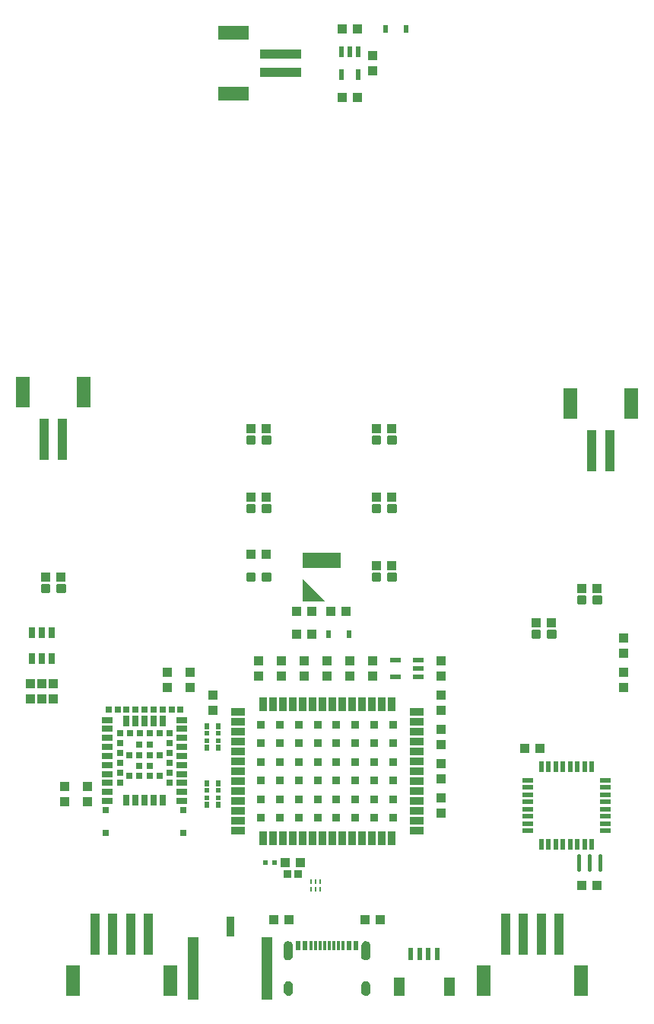
<source format=gtp>
G04 EAGLE Gerber RS-274X export*
G75*
%MOMM*%
%FSLAX34Y34*%
%LPD*%
%INSolderpaste Top*%
%IPPOS*%
%AMOC8*
5,1,8,0,0,1.08239X$1,22.5*%
G01*
%ADD10R,1.200000X2.000000*%
%ADD11R,0.600000X1.350000*%
%ADD12R,1.100000X1.000000*%
%ADD13R,4.200000X1.700000*%
%ADD14C,0.300000*%
%ADD15R,0.630000X0.830000*%
%ADD16R,1.000000X1.100000*%
%ADD17R,1.200000X0.550000*%
%ADD18R,0.850000X0.900000*%
%ADD19R,0.600000X0.600000*%
%ADD20R,0.850000X1.520000*%
%ADD21R,1.520000X0.850000*%
%ADD22R,0.900000X0.900000*%
%ADD23R,0.300000X1.000000*%
%ADD24R,0.600000X1.000000*%
%ADD25R,0.250000X0.610000*%
%ADD26R,0.250000X0.560000*%
%ADD27R,1.150000X7.000000*%
%ADD28R,0.900000X2.200000*%
%ADD29R,0.550000X0.800000*%
%ADD30R,0.550000X0.500000*%
%ADD31R,1.000000X4.600000*%
%ADD32R,1.600000X3.400000*%
%ADD33C,0.450000*%
%ADD34R,0.558800X1.270000*%
%ADD35R,1.270000X0.558800*%
%ADD36R,0.550000X1.200000*%
%ADD37R,4.600000X1.000000*%
%ADD38R,3.400000X1.600000*%
%ADD39R,1.150000X0.700000*%
%ADD40R,0.700000X1.150000*%
%ADD41R,0.700000X0.700000*%
%ADD42R,0.700000X1.300000*%

G36*
X352842Y442863D02*
X352842Y442863D01*
X352886Y442866D01*
X352908Y442882D01*
X352934Y442890D01*
X352963Y442923D01*
X352998Y442949D01*
X353008Y442975D01*
X353026Y442995D01*
X353033Y443039D01*
X353048Y443079D01*
X353043Y443106D01*
X353047Y443133D01*
X353029Y443174D01*
X353020Y443216D01*
X352994Y443252D01*
X352990Y443261D01*
X352985Y443265D01*
X352976Y443276D01*
X328976Y467276D01*
X328938Y467297D01*
X328905Y467326D01*
X328878Y467330D01*
X328854Y467343D01*
X328810Y467340D01*
X328767Y467347D01*
X328742Y467336D01*
X328714Y467334D01*
X328679Y467308D01*
X328639Y467290D01*
X328624Y467267D01*
X328602Y467251D01*
X328586Y467210D01*
X328562Y467174D01*
X328555Y467130D01*
X328552Y467121D01*
X328553Y467114D01*
X328551Y467100D01*
X328551Y443100D01*
X328556Y443084D01*
X328553Y443067D01*
X328575Y443017D01*
X328590Y442966D01*
X328603Y442955D01*
X328610Y442939D01*
X328655Y442909D01*
X328695Y442874D01*
X328712Y442871D01*
X328727Y442862D01*
X328800Y442851D01*
X352800Y442851D01*
X352842Y442863D01*
G37*
G36*
X398600Y43951D02*
X398600Y43951D01*
X398601Y43951D01*
X399669Y43970D01*
X399676Y43975D01*
X399680Y43971D01*
X400717Y44227D01*
X400722Y44234D01*
X400728Y44231D01*
X401682Y44712D01*
X401686Y44719D01*
X401691Y44718D01*
X402515Y45399D01*
X402516Y45407D01*
X402522Y45407D01*
X403173Y46254D01*
X403173Y46262D01*
X403179Y46263D01*
X403626Y47234D01*
X403624Y47242D01*
X403629Y47244D01*
X403848Y48290D01*
X403845Y48297D01*
X403849Y48300D01*
X403849Y60300D01*
X403846Y60305D01*
X403849Y60308D01*
X403669Y61403D01*
X403663Y61409D01*
X403666Y61414D01*
X403247Y62442D01*
X403240Y62446D01*
X403242Y62451D01*
X402605Y63360D01*
X402597Y63363D01*
X402597Y63368D01*
X401774Y64112D01*
X401766Y64113D01*
X401765Y64119D01*
X400797Y64661D01*
X400788Y64660D01*
X400786Y64666D01*
X399722Y64979D01*
X399717Y64977D01*
X399713Y64977D01*
X399711Y64981D01*
X398603Y65049D01*
X398597Y65045D01*
X398593Y65049D01*
X397485Y64879D01*
X397479Y64873D01*
X397474Y64876D01*
X396432Y64464D01*
X396428Y64457D01*
X396423Y64459D01*
X395498Y63825D01*
X395496Y63817D01*
X395490Y63818D01*
X394730Y62995D01*
X394729Y62986D01*
X394723Y62986D01*
X394166Y62014D01*
X394167Y62006D01*
X394161Y62004D01*
X393834Y60932D01*
X393837Y60924D01*
X393832Y60921D01*
X393751Y59804D01*
X393752Y59801D01*
X393751Y59800D01*
X393751Y47800D01*
X393756Y47793D01*
X393752Y47789D01*
X393971Y46845D01*
X393977Y46839D01*
X393975Y46834D01*
X394399Y45962D01*
X394406Y45959D01*
X394404Y45953D01*
X395011Y45197D01*
X395019Y45195D01*
X395019Y45189D01*
X395779Y44588D01*
X395788Y44588D01*
X395789Y44582D01*
X396664Y44164D01*
X396672Y44166D01*
X396674Y44161D01*
X397620Y43949D01*
X397627Y43952D01*
X397631Y43947D01*
X398600Y43951D01*
G37*
G36*
X313181Y43960D02*
X313181Y43960D01*
X313188Y43965D01*
X313192Y43961D01*
X314244Y44211D01*
X314249Y44217D01*
X314254Y44214D01*
X315224Y44691D01*
X315227Y44699D01*
X315233Y44697D01*
X316072Y45378D01*
X316074Y45386D01*
X316080Y45386D01*
X316746Y46237D01*
X316747Y46245D01*
X316752Y46246D01*
X317213Y47223D01*
X317211Y47231D01*
X317217Y47234D01*
X317448Y48289D01*
X317445Y48297D01*
X317449Y48300D01*
X317449Y60300D01*
X317445Y60305D01*
X317449Y60308D01*
X317256Y61414D01*
X317250Y61419D01*
X317253Y61424D01*
X316820Y62459D01*
X316813Y62463D01*
X316815Y62468D01*
X316162Y63381D01*
X316154Y63383D01*
X316155Y63389D01*
X315316Y64133D01*
X315307Y64134D01*
X315307Y64139D01*
X314323Y64678D01*
X314315Y64677D01*
X314313Y64682D01*
X313234Y64989D01*
X313226Y64986D01*
X313223Y64991D01*
X312103Y65049D01*
X312098Y65046D01*
X312095Y65049D01*
X311049Y64931D01*
X311043Y64925D01*
X311038Y64929D01*
X310044Y64581D01*
X310040Y64574D01*
X310035Y64576D01*
X309143Y64016D01*
X309141Y64009D01*
X309135Y64009D01*
X308391Y63265D01*
X308389Y63257D01*
X308384Y63257D01*
X307824Y62365D01*
X307824Y62357D01*
X307819Y62356D01*
X307471Y61362D01*
X307474Y61354D01*
X307469Y61351D01*
X307351Y60306D01*
X307353Y60302D01*
X307351Y60300D01*
X307351Y48300D01*
X307354Y48295D01*
X307351Y48292D01*
X307509Y47296D01*
X307515Y47290D01*
X307512Y47285D01*
X307887Y46349D01*
X307894Y46345D01*
X307892Y46339D01*
X308466Y45510D01*
X308474Y45507D01*
X308473Y45502D01*
X309217Y44821D01*
X309226Y44820D01*
X309226Y44814D01*
X310103Y44316D01*
X310112Y44317D01*
X310114Y44312D01*
X311079Y44021D01*
X311087Y44024D01*
X311090Y44019D01*
X312097Y43951D01*
X312099Y43952D01*
X312100Y43951D01*
X313181Y43960D01*
G37*
G36*
X399104Y4455D02*
X399104Y4455D01*
X399107Y4451D01*
X400183Y4606D01*
X400188Y4612D01*
X400193Y4609D01*
X401207Y4999D01*
X401211Y5006D01*
X401217Y5005D01*
X402119Y5611D01*
X402121Y5619D01*
X402127Y5618D01*
X402871Y6410D01*
X402872Y6418D01*
X402878Y6418D01*
X403427Y7356D01*
X403426Y7364D01*
X403432Y7366D01*
X403759Y8402D01*
X403756Y8410D01*
X403761Y8413D01*
X403849Y9496D01*
X403847Y9499D01*
X403849Y9500D01*
X403849Y15500D01*
X403846Y15504D01*
X403849Y15506D01*
X403699Y16639D01*
X403693Y16645D01*
X403696Y16650D01*
X403298Y17720D01*
X403291Y17724D01*
X403293Y17730D01*
X402666Y18685D01*
X402658Y18688D01*
X402659Y18693D01*
X401836Y19485D01*
X401828Y19486D01*
X401827Y19492D01*
X400848Y20081D01*
X400840Y20080D01*
X400838Y20085D01*
X399753Y20441D01*
X399745Y20439D01*
X399742Y20443D01*
X398605Y20549D01*
X398596Y20544D01*
X398591Y20548D01*
X397454Y20341D01*
X397448Y20335D01*
X397443Y20338D01*
X396381Y19883D01*
X396377Y19876D01*
X396371Y19878D01*
X395436Y19198D01*
X395434Y19190D01*
X395428Y19191D01*
X394668Y18320D01*
X394668Y18312D01*
X394662Y18311D01*
X394115Y17292D01*
X394116Y17284D01*
X394111Y17282D01*
X394107Y17269D01*
X394094Y17220D01*
X394093Y17220D01*
X394094Y17220D01*
X394080Y17171D01*
X394066Y17121D01*
X394053Y17072D01*
X394039Y17023D01*
X394026Y16974D01*
X394012Y16924D01*
X393999Y16875D01*
X393985Y16826D01*
X393971Y16777D01*
X393958Y16727D01*
X393944Y16678D01*
X393931Y16629D01*
X393917Y16580D01*
X393904Y16530D01*
X393890Y16481D01*
X393877Y16432D01*
X393876Y16432D01*
X393863Y16383D01*
X393849Y16333D01*
X393804Y16168D01*
X393807Y16160D01*
X393802Y16157D01*
X393751Y15002D01*
X393752Y15001D01*
X393751Y15000D01*
X393751Y9000D01*
X393755Y8994D01*
X393752Y8991D01*
X393964Y7910D01*
X393970Y7905D01*
X393967Y7900D01*
X394414Y6894D01*
X394421Y6890D01*
X394419Y6884D01*
X395079Y6003D01*
X395087Y6000D01*
X395087Y5995D01*
X395926Y5282D01*
X395934Y5282D01*
X395935Y5276D01*
X396912Y4768D01*
X396920Y4769D01*
X396922Y4764D01*
X397987Y4486D01*
X397995Y4489D01*
X397998Y4485D01*
X399099Y4451D01*
X399104Y4455D01*
G37*
G36*
X312602Y4455D02*
X312602Y4455D01*
X312607Y4451D01*
X313694Y4596D01*
X313700Y4602D01*
X313705Y4599D01*
X314733Y4983D01*
X314738Y4989D01*
X314743Y4988D01*
X315660Y5590D01*
X315663Y5598D01*
X315669Y5597D01*
X316429Y6389D01*
X316430Y6397D01*
X316436Y6398D01*
X317000Y7339D01*
X317000Y7342D01*
X317001Y7343D01*
X317000Y7345D01*
X316999Y7347D01*
X317005Y7349D01*
X317346Y8392D01*
X317344Y8400D01*
X317348Y8403D01*
X317449Y9496D01*
X317447Y9498D01*
X317449Y9500D01*
X317449Y15500D01*
X317447Y15503D01*
X317449Y15505D01*
X317348Y16597D01*
X317343Y16603D01*
X317346Y16608D01*
X317005Y17651D01*
X316998Y17656D01*
X317000Y17661D01*
X316436Y18602D01*
X316428Y18605D01*
X316429Y18611D01*
X315669Y19403D01*
X315661Y19404D01*
X315660Y19410D01*
X314743Y20013D01*
X314735Y20012D01*
X314733Y20018D01*
X313705Y20401D01*
X313697Y20399D01*
X313694Y20404D01*
X312607Y20549D01*
X312599Y20545D01*
X312595Y20549D01*
X311458Y20443D01*
X311452Y20438D01*
X311447Y20441D01*
X310362Y20085D01*
X310357Y20078D01*
X310352Y20081D01*
X309373Y19492D01*
X309370Y19484D01*
X309364Y19485D01*
X308541Y18693D01*
X308540Y18685D01*
X308534Y18685D01*
X307907Y17730D01*
X307908Y17722D01*
X307902Y17720D01*
X307504Y16650D01*
X307506Y16642D01*
X307501Y16639D01*
X307351Y15506D01*
X307354Y15502D01*
X307351Y15500D01*
X307351Y9500D01*
X307354Y9496D01*
X307351Y9494D01*
X307501Y8361D01*
X307507Y8355D01*
X307504Y8350D01*
X307902Y7280D01*
X307909Y7276D01*
X307907Y7270D01*
X308534Y6315D01*
X308542Y6312D01*
X308541Y6307D01*
X309364Y5515D01*
X309372Y5514D01*
X309373Y5508D01*
X310352Y4919D01*
X310360Y4920D01*
X310362Y4915D01*
X311447Y4559D01*
X311455Y4562D01*
X311458Y4557D01*
X312595Y4451D01*
X312602Y4455D01*
G37*
D10*
X435550Y14050D03*
X491550Y14050D03*
D11*
X448550Y50800D03*
X458550Y50800D03*
X468550Y50800D03*
X478550Y50800D03*
D12*
X321700Y431800D03*
X338700Y431800D03*
D13*
X349600Y488400D03*
D14*
X284670Y618800D02*
X284670Y625800D01*
X291670Y625800D01*
X291670Y618800D01*
X284670Y618800D01*
X284670Y621650D02*
X291670Y621650D01*
X291670Y624500D02*
X284670Y624500D01*
X267130Y625800D02*
X267130Y618800D01*
X267130Y625800D02*
X274130Y625800D01*
X274130Y618800D01*
X267130Y618800D01*
X267130Y621650D02*
X274130Y621650D01*
X274130Y624500D02*
X267130Y624500D01*
D15*
X356800Y406400D03*
X379800Y406400D03*
D12*
X321700Y406400D03*
X338700Y406400D03*
X287900Y635000D03*
X270900Y635000D03*
D16*
X381000Y359800D03*
X381000Y376800D03*
X355600Y376800D03*
X355600Y359800D03*
D14*
X652970Y441000D02*
X652970Y448000D01*
X659970Y448000D01*
X659970Y441000D01*
X652970Y441000D01*
X652970Y443850D02*
X659970Y443850D01*
X659970Y446700D02*
X652970Y446700D01*
X635430Y448000D02*
X635430Y441000D01*
X635430Y448000D02*
X642430Y448000D01*
X642430Y441000D01*
X635430Y441000D01*
X635430Y443850D02*
X642430Y443850D01*
X642430Y446700D02*
X635430Y446700D01*
D12*
X656200Y457200D03*
X639200Y457200D03*
D17*
X457501Y358800D03*
X457501Y368300D03*
X457501Y377800D03*
X431499Y377800D03*
X431499Y358800D03*
D16*
X482600Y359800D03*
X482600Y376800D03*
X279400Y376800D03*
X279400Y359800D03*
X304800Y376800D03*
X304800Y359800D03*
D14*
X284670Y542600D02*
X284670Y549600D01*
X291670Y549600D01*
X291670Y542600D01*
X284670Y542600D01*
X284670Y545450D02*
X291670Y545450D01*
X291670Y548300D02*
X284670Y548300D01*
X267130Y549600D02*
X267130Y542600D01*
X267130Y549600D02*
X274130Y549600D01*
X274130Y542600D01*
X267130Y542600D01*
X267130Y545450D02*
X274130Y545450D01*
X274130Y548300D02*
X267130Y548300D01*
D12*
X287900Y558800D03*
X270900Y558800D03*
D14*
X284670Y473400D02*
X284670Y466400D01*
X284670Y473400D02*
X291670Y473400D01*
X291670Y466400D01*
X284670Y466400D01*
X284670Y469250D02*
X291670Y469250D01*
X291670Y472100D02*
X284670Y472100D01*
X267130Y473400D02*
X267130Y466400D01*
X267130Y473400D02*
X274130Y473400D01*
X274130Y466400D01*
X267130Y466400D01*
X267130Y469250D02*
X274130Y469250D01*
X274130Y472100D02*
X267130Y472100D01*
D12*
X287900Y495300D03*
X270900Y495300D03*
D18*
X311700Y139700D03*
X323300Y139700D03*
D12*
X309000Y152400D03*
X326000Y152400D03*
D16*
X330200Y376800D03*
X330200Y359800D03*
D19*
X287100Y152400D03*
X297100Y152400D03*
D20*
X284100Y179500D03*
X295100Y179500D03*
X306100Y179500D03*
X317100Y179500D03*
X328100Y179500D03*
X339100Y179500D03*
X350100Y179500D03*
X361100Y179500D03*
X372100Y179500D03*
X383100Y179500D03*
X394100Y179500D03*
X405100Y179500D03*
X416100Y179500D03*
X427100Y179500D03*
D21*
X455100Y188000D03*
X455100Y199000D03*
X455100Y210000D03*
X455100Y221000D03*
X455100Y232000D03*
X455100Y243000D03*
X455100Y254000D03*
X455100Y265000D03*
X455100Y276000D03*
X455100Y287000D03*
X455100Y298000D03*
X455100Y309000D03*
X455100Y320000D03*
D20*
X427100Y328500D03*
X416100Y328500D03*
X405100Y328500D03*
X394100Y328500D03*
X383100Y328500D03*
X372100Y328500D03*
X361100Y328500D03*
X350100Y328500D03*
X339100Y328500D03*
X328100Y328500D03*
X317100Y328500D03*
X306100Y328500D03*
X295100Y328500D03*
X284100Y328500D03*
D21*
X256100Y320000D03*
X256100Y309000D03*
X256100Y298000D03*
X256100Y287000D03*
X256100Y276000D03*
X256100Y265000D03*
X256100Y254000D03*
X256100Y243000D03*
X256100Y232000D03*
X256100Y221000D03*
X256100Y210000D03*
X256100Y199000D03*
X256100Y188000D03*
D22*
X345100Y264500D03*
X324100Y264500D03*
X303100Y264500D03*
X282100Y264500D03*
X345100Y285000D03*
X324100Y285000D03*
X303100Y285000D03*
X282100Y285000D03*
X345100Y305500D03*
X324100Y305500D03*
X303100Y305500D03*
X282100Y305500D03*
X345100Y202500D03*
X324100Y202500D03*
X303100Y202500D03*
X282100Y202500D03*
X345100Y223000D03*
X324100Y223000D03*
X303100Y223000D03*
X282100Y223000D03*
X345100Y243500D03*
X324100Y243500D03*
X303100Y243500D03*
X282100Y243500D03*
X429100Y264500D03*
X408100Y264500D03*
X387100Y264500D03*
X366100Y264500D03*
X429100Y285000D03*
X408100Y285000D03*
X387100Y285000D03*
X366100Y285000D03*
X429100Y305500D03*
X408100Y305500D03*
X387100Y305500D03*
X366100Y305500D03*
X429100Y202500D03*
X408100Y202500D03*
X387100Y202500D03*
X366100Y202500D03*
X429100Y223000D03*
X408100Y223000D03*
X387100Y223000D03*
X366100Y223000D03*
X429100Y243500D03*
X408100Y243500D03*
X387100Y243500D03*
X366100Y243500D03*
D12*
X414900Y88900D03*
X397900Y88900D03*
X296300Y88900D03*
X313300Y88900D03*
D23*
X363100Y60100D03*
X358100Y60100D03*
D24*
X387850Y60100D03*
X380100Y60100D03*
D23*
X373100Y60100D03*
X368100Y60100D03*
X348100Y60100D03*
X353100Y60100D03*
D24*
X323350Y60100D03*
X331100Y60100D03*
D23*
X338100Y60100D03*
X343100Y60100D03*
D16*
X406400Y359800D03*
X406400Y376800D03*
D12*
X359800Y431800D03*
X376800Y431800D03*
D25*
X337900Y122950D03*
D26*
X342900Y122700D03*
X347900Y122700D03*
X347900Y131300D03*
X342900Y131300D03*
X337900Y131300D03*
D27*
X289050Y35000D03*
D28*
X247650Y81000D03*
D27*
X206250Y35000D03*
D29*
X234800Y280100D03*
D30*
X234800Y288100D03*
X234800Y296100D03*
D29*
X234800Y304100D03*
X221800Y304100D03*
D30*
X221800Y296100D03*
X221800Y288100D03*
D29*
X221800Y280100D03*
X234800Y216600D03*
D30*
X234800Y224600D03*
X234800Y232600D03*
D29*
X234800Y240600D03*
X221800Y240600D03*
D30*
X221800Y232600D03*
X221800Y224600D03*
D29*
X221800Y216600D03*
D16*
X228600Y321700D03*
X228600Y338700D03*
X482600Y338700D03*
X482600Y321700D03*
X482600Y300600D03*
X482600Y283600D03*
X482600Y245500D03*
X482600Y262500D03*
X482600Y224400D03*
X482600Y207400D03*
D31*
X614100Y73100D03*
X554100Y73100D03*
D32*
X638100Y21100D03*
X530100Y21100D03*
D31*
X574100Y73100D03*
X594100Y73100D03*
X156900Y73100D03*
X96900Y73100D03*
D32*
X180900Y21100D03*
X72900Y21100D03*
D31*
X116900Y73100D03*
X136900Y73100D03*
D16*
X685800Y347100D03*
X685800Y364100D03*
D12*
X656200Y127000D03*
X639200Y127000D03*
X59300Y469900D03*
X42300Y469900D03*
D14*
X56070Y460700D02*
X56070Y453700D01*
X56070Y460700D02*
X63070Y460700D01*
X63070Y453700D01*
X56070Y453700D01*
X56070Y456550D02*
X63070Y456550D01*
X63070Y459400D02*
X56070Y459400D01*
X38530Y460700D02*
X38530Y453700D01*
X38530Y460700D02*
X45530Y460700D01*
X45530Y453700D01*
X38530Y453700D01*
X38530Y456550D02*
X45530Y456550D01*
X45530Y459400D02*
X38530Y459400D01*
D33*
X659700Y159675D02*
X659700Y145125D01*
X647700Y145125D02*
X647700Y159675D01*
X635700Y159675D02*
X635700Y145125D01*
D16*
X685800Y385200D03*
X685800Y402200D03*
D34*
X594300Y172974D03*
X602300Y172974D03*
X610300Y172974D03*
X618300Y172974D03*
X626300Y172974D03*
X634300Y172974D03*
X642300Y172974D03*
X650300Y172974D03*
D35*
X665226Y187900D03*
X665226Y195900D03*
X665226Y203900D03*
X665226Y211900D03*
X665226Y219900D03*
X665226Y227900D03*
X665226Y235900D03*
X665226Y243900D03*
D34*
X650300Y258826D03*
X642300Y258826D03*
X634300Y258826D03*
X626300Y258826D03*
X618300Y258826D03*
X610300Y258826D03*
X602300Y258826D03*
X594300Y258826D03*
D35*
X579374Y243900D03*
X579374Y235900D03*
X579374Y227900D03*
X579374Y219900D03*
X579374Y211900D03*
X579374Y203900D03*
X579374Y195900D03*
X579374Y187900D03*
D12*
X592700Y279400D03*
X575700Y279400D03*
D31*
X650400Y610700D03*
X670400Y610700D03*
D32*
X626400Y662700D03*
X694400Y662700D03*
D36*
X390500Y1054401D03*
X381000Y1054401D03*
X371500Y1054401D03*
X371500Y1028399D03*
X390500Y1028399D03*
D16*
X406400Y1049900D03*
X406400Y1032900D03*
D12*
X372500Y1079500D03*
X389500Y1079500D03*
X372500Y1003300D03*
X389500Y1003300D03*
D14*
X591630Y409900D02*
X591630Y402900D01*
X584630Y402900D01*
X584630Y409900D01*
X591630Y409900D01*
X591630Y405750D02*
X584630Y405750D01*
X584630Y408600D02*
X591630Y408600D01*
X609170Y409900D02*
X609170Y402900D01*
X602170Y402900D01*
X602170Y409900D01*
X609170Y409900D01*
X609170Y405750D02*
X602170Y405750D01*
X602170Y408600D02*
X609170Y408600D01*
D12*
X605400Y419100D03*
X588400Y419100D03*
D37*
X303700Y1031400D03*
X303700Y1051400D03*
D38*
X251700Y1007400D03*
X251700Y1075400D03*
D15*
X443300Y1079500D03*
X420300Y1079500D03*
D16*
X63500Y220100D03*
X63500Y237100D03*
X203200Y364100D03*
X203200Y347100D03*
X88900Y220100D03*
X88900Y237100D03*
X38100Y334400D03*
X38100Y351400D03*
X50800Y334400D03*
X50800Y351400D03*
X25400Y334400D03*
X25400Y351400D03*
D39*
X111150Y311000D03*
X111150Y301000D03*
X111150Y291000D03*
X111150Y281000D03*
X111150Y271000D03*
X111150Y261000D03*
X111150Y251000D03*
X111150Y241000D03*
X111150Y231000D03*
X111150Y221000D03*
D40*
X132400Y221750D03*
X142400Y221750D03*
X152400Y221750D03*
X162400Y221750D03*
X172400Y221750D03*
D39*
X193650Y221000D03*
X193650Y231000D03*
X193650Y241000D03*
X193650Y251000D03*
X193650Y261000D03*
X193650Y271000D03*
X193650Y281000D03*
X193650Y291000D03*
X193650Y301000D03*
X193650Y311000D03*
D40*
X172400Y310250D03*
X162400Y310250D03*
X152400Y310250D03*
X142400Y310250D03*
X132400Y310250D03*
D41*
X124900Y296500D03*
X124900Y285500D03*
X124900Y274500D03*
X124900Y263500D03*
X124900Y252500D03*
X124900Y241500D03*
X179900Y241500D03*
X179900Y252500D03*
X179900Y263500D03*
X179900Y274500D03*
X179900Y285500D03*
X179900Y296500D03*
X168900Y296500D03*
X157900Y296500D03*
X146900Y296500D03*
X135900Y296500D03*
X192400Y322500D03*
X182400Y322500D03*
X172400Y322500D03*
X162400Y322500D03*
X152400Y322500D03*
X142400Y322500D03*
X132400Y322500D03*
X122400Y322500D03*
X112400Y322500D03*
X135150Y248750D03*
X146650Y248750D03*
X158150Y248750D03*
X169650Y248750D03*
X146650Y260250D03*
X158150Y260250D03*
X135150Y271750D03*
X146650Y271750D03*
X158150Y271750D03*
X169650Y271750D03*
X146650Y283250D03*
X158150Y283250D03*
X108900Y211000D03*
X108900Y185500D03*
X195900Y185500D03*
X195900Y211000D03*
D42*
X27100Y378950D03*
X38100Y378950D03*
X49100Y378950D03*
X49100Y408450D03*
X38100Y408450D03*
X27100Y408450D03*
D16*
X177800Y347100D03*
X177800Y364100D03*
D12*
X410600Y635000D03*
X427600Y635000D03*
D14*
X424370Y625800D02*
X424370Y618800D01*
X424370Y625800D02*
X431370Y625800D01*
X431370Y618800D01*
X424370Y618800D01*
X424370Y621650D02*
X431370Y621650D01*
X431370Y624500D02*
X424370Y624500D01*
X406830Y625800D02*
X406830Y618800D01*
X406830Y625800D02*
X413830Y625800D01*
X413830Y618800D01*
X406830Y618800D01*
X406830Y621650D02*
X413830Y621650D01*
X413830Y624500D02*
X406830Y624500D01*
D12*
X410600Y558800D03*
X427600Y558800D03*
D14*
X424370Y549600D02*
X424370Y542600D01*
X424370Y549600D02*
X431370Y549600D01*
X431370Y542600D01*
X424370Y542600D01*
X424370Y545450D02*
X431370Y545450D01*
X431370Y548300D02*
X424370Y548300D01*
X406830Y549600D02*
X406830Y542600D01*
X406830Y549600D02*
X413830Y549600D01*
X413830Y542600D01*
X406830Y542600D01*
X406830Y545450D02*
X413830Y545450D01*
X413830Y548300D02*
X406830Y548300D01*
D12*
X410600Y482600D03*
X427600Y482600D03*
D14*
X424370Y473400D02*
X424370Y466400D01*
X424370Y473400D02*
X431370Y473400D01*
X431370Y466400D01*
X424370Y466400D01*
X424370Y469250D02*
X431370Y469250D01*
X431370Y472100D02*
X424370Y472100D01*
X406830Y473400D02*
X406830Y466400D01*
X406830Y473400D02*
X413830Y473400D01*
X413830Y466400D01*
X406830Y466400D01*
X406830Y469250D02*
X413830Y469250D01*
X413830Y472100D02*
X406830Y472100D01*
D31*
X40800Y623400D03*
X60800Y623400D03*
D32*
X16800Y675400D03*
X84800Y675400D03*
M02*

</source>
